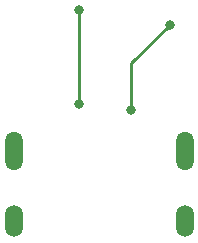
<source format=gbr>
%TF.GenerationSoftware,KiCad,Pcbnew,(6.0.5)*%
%TF.CreationDate,2022-06-07T12:25:29-06:00*%
%TF.ProjectId,15Pin_Fanout,31355069-6e5f-4466-916e-6f75742e6b69,rev?*%
%TF.SameCoordinates,Original*%
%TF.FileFunction,Copper,L2,Bot*%
%TF.FilePolarity,Positive*%
%FSLAX46Y46*%
G04 Gerber Fmt 4.6, Leading zero omitted, Abs format (unit mm)*
G04 Created by KiCad (PCBNEW (6.0.5)) date 2022-06-07 12:25:29*
%MOMM*%
%LPD*%
G01*
G04 APERTURE LIST*
%TA.AperFunction,ComponentPad*%
%ADD10O,1.500000X2.700000*%
%TD*%
%TA.AperFunction,ComponentPad*%
%ADD11O,1.500000X3.300000*%
%TD*%
%TA.AperFunction,ViaPad*%
%ADD12C,0.800000*%
%TD*%
%TA.AperFunction,Conductor*%
%ADD13C,0.250000*%
%TD*%
G04 APERTURE END LIST*
D10*
%TO.P,J1,20*%
%TO.N,N/C*%
X7250000Y-3396000D03*
%TO.P,J1,21*%
X-7250000Y-3396000D03*
D11*
%TO.P,J1,22*%
X7250000Y2564000D03*
%TO.P,J1,23*%
X-7250000Y2564000D03*
%TD*%
D12*
%TO.N,Net-(J1-Pad4)*%
X2724500Y6000000D03*
X6000000Y13250000D03*
%TO.N,Net-(J1-Pad10)*%
X-1750000Y6500000D03*
X-1750000Y14500000D03*
%TD*%
D13*
%TO.N,Net-(J1-Pad4)*%
X2724500Y6000000D02*
X2724500Y9974500D01*
X2724500Y9974500D02*
X6000000Y13250000D01*
%TO.N,Net-(J1-Pad10)*%
X-1750000Y6500000D02*
X-1750000Y14500000D01*
%TD*%
M02*

</source>
